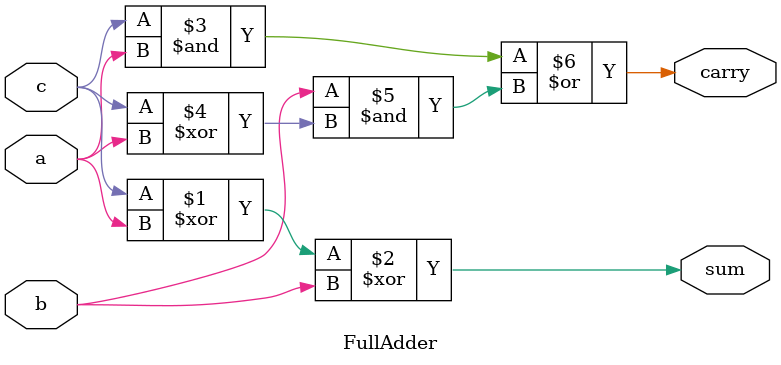
<source format=v>
module FullAdder(input a,b,c, output sum, output carry);
//a,b,c are input bits(with c being carry) 
//sum and carry are correspoding outputs of Full adder

assign sum = ((c ^ a) ^ b);
assign carry = (c & a) | (b & (c ^ a));

endmodule 



</source>
